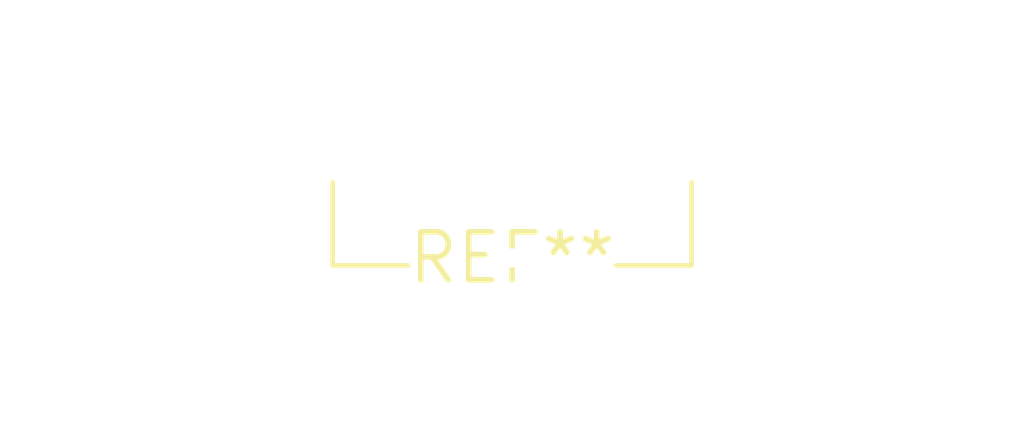
<source format=kicad_pcb>
(kicad_pcb (version 20240108) (generator pcbnew)
  (layers (0 "F.Cu" signal) (31 "B.Cu" signal) (34 "B.Paste" user) (35 "F.Paste" user) (36 "B.SilkS" user "B.Silkscreen") (37 "F.SilkS" user "F.Silkscreen") (38 "B.Mask" user) (39 "F.Mask" user) (44 "Edge.Cuts" user))
  (net 0 "")
  (footprint "BatteryHolder_Keystone_590" (layer "F.Cu") (at 0 0)
    (property "Reference" "REF**")
    (property "Value" "BatteryHolder_Keystone_590")
    (fp_line (start -4.75 -2) (end -4.75 0.2) (layer "F.SilkS") (stroke (width 0.12)))
    (fp_line (start -4.75 0.2) (end -2.75 0.2) (layer "F.SilkS") (stroke (width 0.12)))
    (fp_line (start 4.75 -2) (end 4.75 0.2) (layer "F.SilkS") (stroke (width 0.12)))
    (fp_line (start 4.75 0.2) (end 2.75 0.2) (layer "F.SilkS") (stroke (width 0.12)))
    (pad "1" thru_hole oval (at -4.445 -3.05 90) (size 1.9 1.4) (drill oval 1.3 0.5) (layers *.Cu *.Mask) (remove_unused_layers))
    (pad "1" thru_hole oval (at 0 0) (size 1.9 1.4) (drill oval 1.3 0.5) (layers *.Cu *.Mask) (remove_unused_layers))
    (pad "1" thru_hole oval (at 4.445 -3.05 90) (size 1.9 1.4) (drill oval 1.3 0.5) (layers *.Cu *.Mask) (remove_unused_layers))
  )
)
</source>
